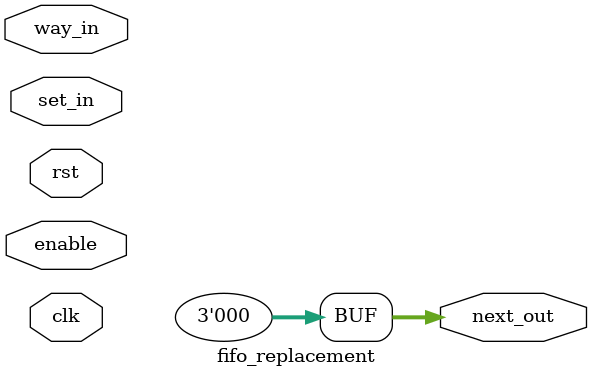
<source format=v>
`timescale 1ns / 1ps


module fifo_replacement #(
    parameter WAY_SIZE      = 3,
    parameter SET_SIZE      = 2,
    parameter ASSOCIATIVITY = 1
    )(
    input wire clk,
    input wire rst,
    input wire enable,
    input wire [SET_SIZE-1:0] set_in,
    input wire [WAY_SIZE-1:0] way_in,
    output wire [WAY_SIZE-1:0] next_out
    );
    
    reg [WAY_SIZE-1:0] prev;
    reg [WAY_SIZE-1:0] curr [(1 << SET_SIZE)-1: 0];
    
    integer i;
    
    always @(posedge clk) begin
        if(rst) begin
            for (i = 0; i < (1 << SET_SIZE); i = i + 1) begin
                curr[i] <= 0;
            end
        end else begin
            if (enable) begin
                curr[set_in] = (curr[set_in] + 1) % ASSOCIATIVITY;
            end
        end
    end
    
    always @(set_in or enable) begin
        prev = curr[set_in];
    end
    
    assign next_out = (ASSOCIATIVITY === 1) ? 0 : prev;
    
endmodule

</source>
